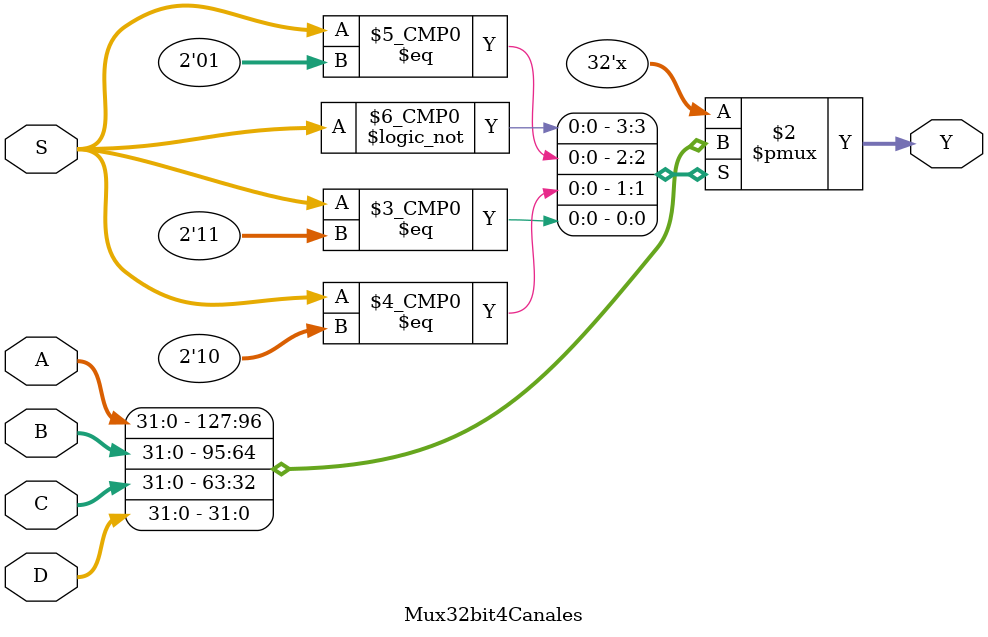
<source format=v>
`timescale 1ns / 1ps
module Mux32bit4Canales(
		input [1:0]S,
		input [31:0]A,B,C,D,
		output reg[31:0]Y
    );
	 
	 always@*
	 begin
		case(S)
			2'b00:
				Y=A;
			2'b01:
				Y=B;
			2'b10:
				Y=C;
			2'b11:
				Y=D;
		endcase
	 end


endmodule

</source>
